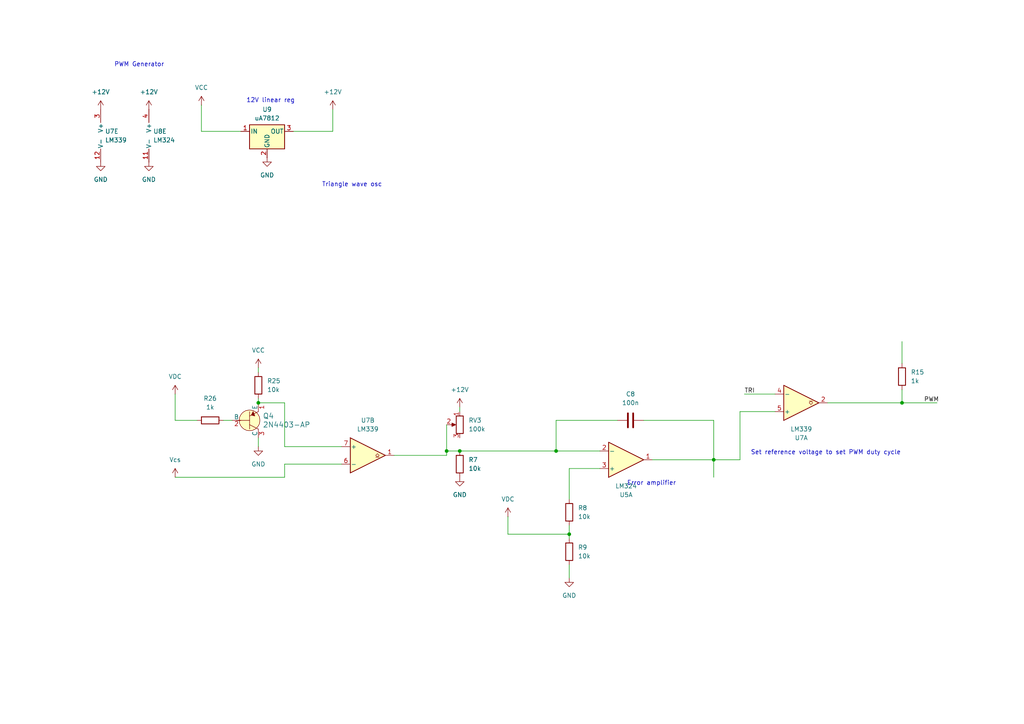
<source format=kicad_sch>
(kicad_sch (version 20231120) (generator "eeschema") (generator_version "8.0")
  (paper "A4")
  (lib_symbols
    (symbol "Amplifier_Operational:LM324" (pin_names (offset 0.127))
      (property "Reference" "U" (at 0 5.08 0))
      (property "Value" "LM324" (at 0 -5.08 0))
      (symbol "LM324_1_1"
        (polyline (pts (xy -5.08 5.08) (xy 5.08 0) (xy -5.08 -5.08) (xy -5.08 5.08)) (stroke (width 0.254)) (fill (type background)))
        (pin output line (at 7.62 0 180) (length 2.54) (name "~") (number "1"))
        (pin input line (at -7.62 -2.54 0) (length 2.54) (name "-") (number "2"))
        (pin input line (at -7.62 2.54 0) (length 2.54) (name "+") (number "3"))
      )
      (symbol "LM324_2_1"
        (polyline (pts (xy -5.08 5.08) (xy 5.08 0) (xy -5.08 -5.08) (xy -5.08 5.08)) (stroke (width 0.254)) (fill (type background)))
        (pin input line (at -7.62 2.54 0) (length 2.54) (name "+") (number "5"))
        (pin input line (at -7.62 -2.54 0) (length 2.54) (name "-") (number "6"))
        (pin output line (at 7.62 0 180) (length 2.54) (name "~") (number "7"))
      )
      (symbol "LM324_3_1"
        (polyline (pts (xy -5.08 5.08) (xy 5.08 0) (xy -5.08 -5.08) (xy -5.08 5.08)) (stroke (width 0.254)) (fill (type background)))
        (pin input line (at -7.62 2.54 0) (length 2.54) (name "+") (number "10"))
        (pin output line (at 7.62 0 180) (length 2.54) (name "~") (number "8"))
        (pin input line (at -7.62 -2.54 0) (length 2.54) (name "-") (number "9"))
      )
      (symbol "LM324_4_1"
        (polyline (pts (xy -5.08 5.08) (xy 5.08 0) (xy -5.08 -5.08) (xy -5.08 5.08)) (stroke (width 0.254)) (fill (type background)))
        (pin input line (at -7.62 2.54 0) (length 2.54) (name "+") (number "12"))
        (pin input line (at -7.62 -2.54 0) (length 2.54) (name "-") (number "13"))
        (pin output line (at 7.62 0 180) (length 2.54) (name "~") (number "14"))
      )
      (symbol "LM324_5_1"
        (pin power_in line (at -2.54 -7.62 90) (length 3.81) (name "V-") (number "11"))
        (pin power_in line (at -2.54 7.62 270) (length 3.81) (name "V+") (number "4"))
      )
    )
    (symbol "Comparator:LM339" (pin_names (offset 0.127))
      (property "Reference" "U" (at 0 5.08 0))
      (property "Value" "LM339" (at 0 -5.08 0))
      (symbol "LM339_1_1"
        (polyline (pts (xy -5.08 5.08) (xy 5.08 0) (xy -5.08 -5.08) (xy -5.08 5.08)) (stroke (width 0.254)) (fill (type background)))
        (polyline (pts (xy 3.302 -0.508) (xy 2.794 -0.508) (xy 3.302 0) (xy 2.794 0.508) (xy 2.286 0) (xy 2.794 -0.508) (xy 2.286 -0.508)) (stroke (width 0.127)))
        (pin open_collector line (at 7.62 0 180) (length 2.54) (name "~") (number "2"))
        (pin input line (at -7.62 -2.54 0) (length 2.54) (name "-") (number "4"))
        (pin input line (at -7.62 2.54 0) (length 2.54) (name "+") (number "5"))
      )
      (symbol "LM339_2_1"
        (polyline (pts (xy -5.08 5.08) (xy 5.08 0) (xy -5.08 -5.08) (xy -5.08 5.08)) (stroke (width 0.254)) (fill (type background)))
        (polyline (pts (xy 3.302 -0.508) (xy 2.794 -0.508) (xy 3.302 0) (xy 2.794 0.508) (xy 2.286 0) (xy 2.794 -0.508) (xy 2.286 -0.508)) (stroke (width 0.127)))
        (pin open_collector line (at 7.62 0 180) (length 2.54) (name "~") (number "1"))
        (pin input line (at -7.62 -2.54 0) (length 2.54) (name "-") (number "6"))
        (pin input line (at -7.62 2.54 0) (length 2.54) (name "+") (number "7"))
      )
      (symbol "LM339_3_1"
        (polyline (pts (xy -5.08 5.08) (xy 5.08 0) (xy -5.08 -5.08) (xy -5.08 5.08)) (stroke (width 0.254)) (fill (type background)))
        (polyline (pts (xy 3.302 -0.508) (xy 2.794 -0.508) (xy 3.302 0) (xy 2.794 0.508) (xy 2.286 0) (xy 2.794 -0.508) (xy 2.286 -0.508)) (stroke (width 0.127)))
        (pin input line (at -7.62 -2.54 0) (length 2.54) (name "-") (number "10"))
        (pin input line (at -7.62 2.54 0) (length 2.54) (name "+") (number "11"))
        (pin open_collector line (at 7.62 0 180) (length 2.54) (name "~") (number "13"))
      )
      (symbol "LM339_4_1"
        (polyline (pts (xy -5.08 5.08) (xy 5.08 0) (xy -5.08 -5.08) (xy -5.08 5.08)) (stroke (width 0.254)) (fill (type background)))
        (polyline (pts (xy 3.302 -0.508) (xy 2.794 -0.508) (xy 3.302 0) (xy 2.794 0.508) (xy 2.286 0) (xy 2.794 -0.508) (xy 2.286 -0.508)) (stroke (width 0.127)))
        (pin open_collector line (at 7.62 0 180) (length 2.54) (name "~") (number "14"))
        (pin input line (at -7.62 -2.54 0) (length 2.54) (name "-") (number "8"))
        (pin input line (at -7.62 2.54 0) (length 2.54) (name "+") (number "9"))
      )
      (symbol "LM339_5_1"
        (pin power_in line (at -2.54 -7.62 90) (length 3.81) (name "V-") (number "12"))
        (pin power_in line (at -2.54 7.62 270) (length 3.81) (name "V+") (number "3"))
      )
    )
    (symbol "Device:C" (pin_numbers hide) (pin_names (offset 0.254))
      (property "Reference" "C" (at 0.635 2.54 0))
      (property "Value" "C" (at 0.635 -2.54 0))
      (symbol "C_0_1"
        (polyline (pts (xy -2.032 -0.762) (xy 2.032 -0.762)) (stroke (width 0.508)))
        (polyline (pts (xy -2.032 0.762) (xy 2.032 0.762)) (stroke (width 0.508)))
      )
      (symbol "C_1_1"
        (pin passive line (at 0 3.81 270) (length 2.794) (name "~") (number "1"))
        (pin passive line (at 0 -3.81 90) (length 2.794) (name "~") (number "2"))
      )
    )
    (symbol "Device:R" (pin_numbers hide) (pin_names (offset 0))
      (property "Reference" "R" (at 2.032 0 90))
      (property "Value" "R" (at 0 0 90))
      (symbol "R_0_1"
        (rectangle (start -1.016 -2.54) (end 1.016 2.54) (stroke (width 0.254)))
      )
      (symbol "R_1_1"
        (pin passive line (at 0 3.81 270) (length 1.27) (name "~") (number "1"))
        (pin passive line (at 0 -3.81 90) (length 1.27) (name "~") (number "2"))
      )
    )
    (symbol "Device:R_Potentiometer" (pin_names (offset 1.016) hide)
      (property "Reference" "RV" (at -4.445 0 90))
      (property "Value" "R_Potentiometer" (at -2.54 0 90))
      (symbol "R_Potentiometer_0_1"
        (polyline (pts (xy 2.54 0) (xy 1.524 0)))
        (polyline (pts (xy 1.143 0) (xy 2.286 0.508) (xy 2.286 -0.508) (xy 1.143 0)) (fill (type outline)))
        (rectangle (start 1.016 2.54) (end -1.016 -2.54) (stroke (width 0.254)))
      )
      (symbol "R_Potentiometer_1_1"
        (pin passive line (at 0 3.81 270) (length 1.27) (name "1") (number "1"))
        (pin passive line (at 3.81 0 180) (length 1.27) (name "2") (number "2"))
        (pin passive line (at 0 -3.81 90) (length 1.27) (name "3") (number "3"))
      )
    )
    (symbol "Regulator_Linear:uA7812" (pin_names (offset 0.254))
      (property "Reference" "U" (at -3.81 3.175 0))
      (property "Value" "uA7812" (at 0 3.175 0))
      (symbol "uA7812_0_1"
        (rectangle (start -5.08 1.905) (end 5.08 -5.08) (stroke (width 0.254)) (fill (type background)))
      )
      (symbol "uA7812_1_1"
        (pin power_in line (at -7.62 0 0) (length 2.54) (name "IN") (number "1"))
        (pin power_in line (at 0 -7.62 90) (length 2.54) (name "GND") (number "2"))
        (pin power_out line (at 7.62 0 180) (length 2.54) (name "OUT") (number "3"))
      )
    )
    (symbol "dk_Transistors-Bipolar-BJT-Single:2N4403-AP" (pin_names (offset 0))
      (property "Reference" "Q" (at -2.3876 3.9116 0))
      (property "Value" "2N4403-AP" (at 5.08 0 90))
      (symbol "2N4403-AP_0_1"
        (polyline (pts (xy -3.81 0) (xy -2.54 0)))
        (polyline (pts (xy -3.556 0) (xy 0 0)))
        (polyline (pts (xy 0 -1.27) (xy 2.54 -2.54)))
        (polyline (pts (xy 0 1.27) (xy 2.54 2.54)))
        (polyline (pts (xy 0 2.54) (xy 0 -2.54)))
        (polyline (pts (xy 1.016 2.54) (xy 0.508 1.524) (xy 1.524 1.27) (xy 1.016 2.54)) (fill (type outline)))
        (circle (center 0 0) (radius 2.9972) (fill (type background)))
      )
      (symbol "2N4403-AP_1_1"
        (pin passive line (at 2.54 5.08 270) (length 2.54) (name "E") (number "1"))
        (pin input line (at -5.08 0 0) (length 2.54) (name "B") (number "2"))
        (pin passive line (at 2.54 -5.08 90) (length 2.54) (name "C") (number "3"))
      )
    )
    (symbol "power:+12V" (power) (pin_numbers hide) (pin_names (offset 0) hide)
      (property "Value" "+12V" (at 0 3.556 0))
      (symbol "+12V_0_1"
        (polyline (pts (xy -0.762 1.27) (xy 0 2.54)))
        (polyline (pts (xy 0 0) (xy 0 2.54)))
        (polyline (pts (xy 0 2.54) (xy 0.762 1.27)))
      )
      (symbol "+12V_1_1"
        (pin power_in line (at 0 0 90) (length 0) (name "~") (number "1"))
      )
    )
    (symbol "power:GND" (power) (pin_numbers hide) (pin_names (offset 0) hide)
      (property "Value" "GND" (at 0 -3.81 0))
      (symbol "GND_0_1"
        (polyline (pts (xy 0 0) (xy 0 -1.27) (xy 1.27 -1.27) (xy 0 -2.54) (xy -1.27 -1.27) (xy 0 -1.27)))
      )
      (symbol "GND_1_1"
        (pin power_in line (at 0 0 270) (length 0) (name "~") (number "1"))
      )
    )
    (symbol "power:VCC" (power) (pin_numbers hide) (pin_names (offset 0) hide)
      (property "Value" "VCC" (at 0 3.556 0))
      (symbol "VCC_0_1"
        (polyline (pts (xy -0.762 1.27) (xy 0 2.54)))
        (polyline (pts (xy 0 0) (xy 0 2.54)))
        (polyline (pts (xy 0 2.54) (xy 0.762 1.27)))
      )
      (symbol "VCC_1_1"
        (pin power_in line (at 0 0 90) (length 0) (name "~") (number "1"))
      )
    )
    (symbol "power:VDC" (power) (pin_numbers hide) (pin_names (offset 0) hide)
      (property "Value" "VDC" (at 0 3.556 0))
      (symbol "VDC_0_1"
        (polyline (pts (xy -0.762 1.27) (xy 0 2.54)))
        (polyline (pts (xy 0 0) (xy 0 2.54)))
        (polyline (pts (xy 0 2.54) (xy 0.762 1.27)))
      )
      (symbol "VDC_1_1"
        (pin power_in line (at 0 0 90) (length 0) (name "~") (number "1"))
      )
    )
  )
  (junction (at 161.29 130.81))
  (junction (at 165.1 154.94))
  (junction (at 129.54 130.81))
  (junction (at 207.01 133.35))
  (junction (at 74.93 116.84))
  (junction (at 133.35 130.81))
  (junction (at 261.62 116.84))
  (wire (pts (xy 82.55 134.62) (xy 99.06 134.62)))
  (wire (pts (xy 64.77 121.92) (xy 67.31 121.92)))
  (wire (pts (xy 129.54 130.81) (xy 133.35 130.81)))
  (wire (pts (xy 74.93 115.57) (xy 74.93 116.84)))
  (wire (pts (xy 147.32 149.86) (xy 147.32 154.94)))
  (wire (pts (xy 57.15 121.92) (xy 50.8 121.92)))
  (wire (pts (xy 69.85 38.1) (xy 58.42 38.1)))
  (wire (pts (xy 58.42 30.48) (xy 58.42 38.1)))
  (wire (pts (xy 165.1 167.64) (xy 165.1 163.83)))
  (wire (pts (xy 114.3 132.08) (xy 129.54 132.08)))
  (wire (pts (xy 261.62 113.03) (xy 261.62 116.84)))
  (wire (pts (xy 261.62 116.84) (xy 271.78 116.84)))
  (wire (pts (xy 99.06 129.54) (xy 82.55 129.54)))
  (wire (pts (xy 133.35 130.81) (xy 161.29 130.81)))
  (wire (pts (xy 96.52 31.75) (xy 96.52 38.1)))
  (wire (pts (xy 224.79 119.38) (xy 214.63 119.38)))
  (wire (pts (xy 207.01 121.92) (xy 207.01 133.35)))
  (wire (pts (xy 147.32 154.94) (xy 165.1 154.94)))
  (wire (pts (xy 129.54 123.19) (xy 129.54 130.81)))
  (wire (pts (xy 50.8 114.3) (xy 50.8 121.92)))
  (wire (pts (xy 161.29 130.81) (xy 161.29 121.92)))
  (wire (pts (xy 161.29 121.92) (xy 179.07 121.92)))
  (wire (pts (xy 161.29 130.81) (xy 173.99 130.81)))
  (wire (pts (xy 82.55 138.43) (xy 82.55 134.62)))
  (wire (pts (xy 74.93 127) (xy 74.93 129.54)))
  (wire (pts (xy 207.01 138.43) (xy 207.01 133.35)))
  (wire (pts (xy 173.99 135.89) (xy 165.1 135.89)))
  (wire (pts (xy 207.01 133.35) (xy 214.63 133.35)))
  (wire (pts (xy 50.8 138.43) (xy 82.55 138.43)))
  (wire (pts (xy 165.1 135.89) (xy 165.1 144.78)))
  (wire (pts (xy 129.54 132.08) (xy 129.54 130.81)))
  (wire (pts (xy 85.09 38.1) (xy 96.52 38.1)))
  (wire (pts (xy 74.93 106.68) (xy 74.93 107.95)))
  (wire (pts (xy 82.55 116.84) (xy 82.55 129.54)))
  (wire (pts (xy 189.23 133.35) (xy 207.01 133.35)))
  (wire (pts (xy 261.62 99.06) (xy 261.62 105.41)))
  (wire (pts (xy 186.69 121.92) (xy 207.01 121.92)))
  (wire (pts (xy 74.93 116.84) (xy 82.55 116.84)))
  (wire (pts (xy 165.1 156.21) (xy 165.1 154.94)))
  (wire (pts (xy 224.79 114.3) (xy 215.9 114.3)))
  (wire (pts (xy 214.63 119.38) (xy 214.63 133.35)))
  (wire (pts (xy 240.03 116.84) (xy 261.62 116.84)))
  (wire (pts (xy 133.35 118.11) (xy 133.35 119.38)))
  (wire (pts (xy 165.1 154.94) (xy 165.1 152.4)))
  (text "Triangle wave osc" (at 102.108 53.594 0) (effects (font (size 1.27 1.27))))
  (text "Set reference voltage to set PWM duty cycle" (at 239.522 131.318 0) (effects (font (size 1.27 1.27))))
  (text "PWM Generator" (at 40.386 18.796 0) (effects (font (size 1.27 1.27))))
  (text "12V linear reg" (at 78.486 29.21 0) (effects (font (size 1.27 1.27))))
  (text "Error amplifier" (at 188.976 140.208 0) (effects (font (size 1.27 1.27))))
  (label "PWM" (at 267.97 116.84 0))
  (label "TRI" (at 215.9 114.3 0))
  (symbol (lib_id "power:VDC") (at 147.32 149.86 0) (unit 1)
    (property "Reference" "#PWR043" (effects (hide yes)))
    (property "Value" "VDC" (at 147.32 144.78 0))
    (property "Description" "Power symbol creates a global label with name \"VDC\"" (effects (hide yes)))
  )
  (symbol (lib_id "Device:R") (at 74.93 111.76 0) (unit 1)
    (property "Reference" "R25" (at 77.47 110.4899 0) (effects (justify left)))
    (property "Value" "10k" (at 77.47 113.0299 0) (effects (justify left)))
    (property "Description" "Resistor" (effects (hide yes)))
  )
  (symbol (lib_id "Device:R") (at 133.35 134.62 0) (unit 1)
    (property "Reference" "R7" (at 135.89 133.3499 0) (effects (justify left)))
    (property "Value" "10k" (at 135.89 135.8899 0) (effects (justify left)))
    (property "Description" "Resistor" (effects (hide yes)))
  )
  (symbol (lib_id "power:GND") (at 74.93 129.54 0) (unit 1)
    (property "Reference" "#PWR045" (effects (hide yes)))
    (property "Value" "GND" (at 74.93 134.62 0))
    (property "Description" "Power symbol creates a global label with name \"GND\" , ground" (effects (hide yes)))
  )
  (symbol (lib_id "Device:R_Potentiometer") (at 133.35 123.19 0) (mirror y) (unit 1)
    (property "Reference" "RV3" (at 135.89 121.9199 0) (effects (justify right)))
    (property "Value" "100k" (at 135.89 124.4599 0) (effects (justify right)))
    (property "Description" "Potentiometer" (effects (hide yes)))
  )
  (symbol (lib_id "power:+12V") (at 29.21 31.75 0) (unit 1)
    (property "Reference" "#PWR033" (effects (hide yes)))
    (property "Value" "+12V" (at 29.21 26.67 0))
    (property "Description" "Power symbol creates a global label with name \"+12V\"" (effects (hide yes)))
  )
  (symbol (lib_id "power:GND") (at 133.35 138.43 0) (unit 1)
    (property "Reference" "#PWR042" (effects (hide yes)))
    (property "Value" "GND" (at 133.35 143.51 0))
    (property "Description" "Power symbol creates a global label with name \"GND\" , ground" (effects (hide yes)))
  )
  (symbol (lib_id "Device:R") (at 165.1 160.02 0) (unit 1)
    (property "Reference" "R9" (at 167.64 158.7499 0) (effects (justify left)))
    (property "Value" "10k" (at 167.64 161.2899 0) (effects (justify left)))
    (property "Description" "Resistor" (effects (hide yes)))
  )
  (symbol (lib_id "Device:R") (at 261.62 109.22 0) (unit 1)
    (property "Reference" "R15" (at 264.16 107.9499 0) (effects (justify left)))
    (property "Value" "1k" (at 264.16 110.4899 0) (effects (justify left)))
    (property "Description" "Resistor" (effects (hide yes)))
  )
  (symbol (lib_id "power:VDC") (at 50.8 138.43 0) (unit 1)
    (property "Reference" "#PWR054" (effects (hide yes)))
    (property "Value" "Vcs" (at 50.8 133.35 0))
    (property "Description" "Power symbol creates a global label with name \"VDC\"" (effects (hide yes)))
  )
  (symbol (lib_id "power:GND") (at 165.1 167.64 0) (unit 1)
    (property "Reference" "#PWR044" (effects (hide yes)))
    (property "Value" "GND" (at 165.1 172.72 0))
    (property "Description" "Power symbol creates a global label with name \"GND\" , ground" (effects (hide yes)))
  )
  (symbol (lib_id "Device:C") (at 182.88 121.92 90) (unit 1)
    (property "Reference" "C8" (at 182.88 114.3 90))
    (property "Value" "100n" (at 182.88 116.84 90))
    (property "Description" "Unpolarized capacitor" (effects (hide yes)))
  )
  (symbol (lib_id "Amplifier_Operational:LM324") (at 181.61 133.35 0) (mirror x) (unit 1)
    (property "Reference" "U5" (at 181.61 143.51 0))
    (property "Value" "LM324" (at 181.61 140.97 0))
    (property "Datasheet" "http://www.ti.com/lit/ds/symlink/lm2902-n.pdf" (effects (hide yes)))
    (property "Description" "Low-Power, Quad-Operational Amplifiers, DIP-14/SOIC-14/SSOP-14" (effects (hide yes)))
  )
  (symbol (lib_id "Comparator:LM339") (at 106.68 132.08 0) (unit 2)
    (property "Reference" "U7" (at 106.68 121.92 0))
    (property "Value" "LM339" (at 106.68 124.46 0))
    (property "Datasheet" "https://www.st.com/resource/en/datasheet/lm139.pdf" (effects (hide yes)))
    (property "Description" "Quad Differential Comparators, SOIC-14/TSSOP-14" (effects (hide yes)))
  )
  (symbol (lib_id "power:VCC") (at 58.42 30.48 0) (unit 1)
    (property "Reference" "#PWR039" (effects (hide yes)))
    (property "Value" "VCC" (at 58.42 25.4 0))
    (property "Description" "Power symbol creates a global label with name \"VCC\"" (effects (hide yes)))
  )
  (symbol (lib_id "dk_Transistors-Bipolar-BJT-Single:2N4403-AP") (at 72.39 121.92 0) (unit 1)
    (property "Reference" "Q4" (at 76.2 120.6499 0) (effects (font (size 1.524 1.524)) (justify left)))
    (property "Value" "2N4403-AP" (at 76.2 123.1899 0) (effects (font (size 1.524 1.524)) (justify left)))
    (property "Footprint" "digikey-footprints:TO-92-3_Formed_Leads" (effects (hide yes)))
    (property "Datasheet" "https://www.mccsemi.com/pdf/Products/2N4403(TO-92).pdf" (effects (hide yes)))
    (property "Description" "TRANS PNP 40V TO92" (effects (hide yes)))
    (property "MPN" "2N4403-AP" (effects (hide yes)))
    (property "Category" "Discrete Semiconductor Products" (effects (hide yes)))
    (property "Family" "Transistors - Bipolar (BJT) - Single" (effects (hide yes)))
    (property "DK_Datasheet_Link" "https://www.mccsemi.com/pdf/Products/2N4403(TO-92).pdf" (effects (hide yes)))
    (property "DK_Detail_Page" "/product-detail/en/micro-commercial-co/2N4403-AP/2N4403-APCT-ND/950594" (effects (hide yes)))
    (property "Description_1" "TRANS PNP 40V TO92" (effects (hide yes)))
    (property "Manufacturer" "Micro Commercial Co" (effects (hide yes)))
    (property "Status" "Active" (effects (hide yes)))
  )
  (symbol (lib_id "power:GND") (at 29.21 46.99 0) (unit 1)
    (property "Reference" "#PWR034" (effects (hide yes)))
    (property "Value" "GND" (at 29.21 52.07 0))
    (property "Description" "Power symbol creates a global label with name \"GND\" , ground" (effects (hide yes)))
  )
  (symbol (lib_id "Regulator_Linear:uA7812") (at 77.47 38.1 0) (unit 1)
    (property "Reference" "U9" (at 77.47 31.75 0))
    (property "Value" "uA7812" (at 77.47 34.29 0))
    (property "Datasheet" "http://www.ti.com/lit/ds/symlink/ua78.pdf" (effects (hide yes)))
    (property "Description" "Positive 1A 35V Linear Regulator, Fixed Output 12V, TO-220/TO-263" (effects (hide yes)))
  )
  (symbol (lib_id "power:VCC") (at 74.93 106.68 0) (unit 1)
    (property "Reference" "#PWR046" (effects (hide yes)))
    (property "Value" "VCC" (at 74.93 101.6 0))
    (property "Description" "Power symbol creates a global label with name \"VCC\"" (effects (hide yes)))
  )
  (symbol (lib_id "Device:R") (at 60.96 121.92 90) (unit 1)
    (property "Reference" "R26" (at 60.96 115.57 90))
    (property "Value" "1k" (at 60.96 118.11 90))
    (property "Description" "Resistor" (effects (hide yes)))
  )
  (symbol (lib_id "power:+12V") (at 96.52 31.75 0) (unit 1)
    (property "Reference" "#PWR041" (effects (hide yes)))
    (property "Value" "+12V" (at 96.52 26.67 0))
    (property "Description" "Power symbol creates a global label with name \"+12V\"" (effects (hide yes)))
  )
  (symbol (lib_id "Device:R") (at 165.1 148.59 0) (unit 1)
    (property "Reference" "R8" (at 167.64 147.3199 0) (effects (justify left)))
    (property "Value" "10k" (at 167.64 149.8599 0) (effects (justify left)))
    (property "Description" "Resistor" (effects (hide yes)))
  )
  (symbol (lib_id "power:GND") (at 43.18 46.99 0) (unit 1)
    (property "Reference" "#PWR036" (effects (hide yes)))
    (property "Value" "GND" (at 43.18 52.07 0))
    (property "Description" "Power symbol creates a global label with name \"GND\" , ground" (effects (hide yes)))
  )
  (symbol (lib_id "power:+12V") (at 133.35 118.11 0) (unit 1)
    (property "Reference" "#PWR028" (effects (hide yes)))
    (property "Value" "+12V" (at 133.35 113.03 0))
    (property "Description" "Power symbol creates a global label with name \"+12V\"" (effects (hide yes)))
  )
  (symbol (lib_id "power:VDC") (at 50.8 114.3 0) (unit 1)
    (property "Reference" "#PWR047" (effects (hide yes)))
    (property "Value" "VDC" (at 50.8 109.22 0))
    (property "Description" "Power symbol creates a global label with name \"VDC\"" (effects (hide yes)))
  )
  (symbol (lib_id "power:+12V") (at 43.18 31.75 0) (unit 1)
    (property "Reference" "#PWR035" (effects (hide yes)))
    (property "Value" "+12V" (at 43.18 26.67 0))
    (property "Description" "Power symbol creates a global label with name \"+12V\"" (effects (hide yes)))
  )
  (symbol (lib_id "power:GND") (at 77.47 45.72 0) (unit 1)
    (property "Reference" "#PWR040" (effects (hide yes)))
    (property "Value" "GND" (at 77.47 50.8 0))
    (property "Description" "Power symbol creates a global label with name \"GND\" , ground" (effects (hide yes)))
  )
  (symbol (lib_id "Comparator:LM339") (at 31.75 39.37 0) (unit 5)
    (property "Reference" "U7" (at 30.48 38.0999 0) (effects (justify left)))
    (property "Value" "LM339" (at 30.48 40.6399 0) (effects (justify left)))
    (property "Datasheet" "https://www.st.com/resource/en/datasheet/lm139.pdf" (effects (hide yes)))
    (property "Description" "Quad Differential Comparators, SOIC-14/TSSOP-14" (effects (hide yes)))
  )
  (symbol (lib_id "Comparator:LM339") (at 232.41 116.84 0) (mirror x) (unit 1)
    (property "Reference" "U7" (at 232.41 127 0))
    (property "Value" "LM339" (at 232.41 124.46 0))
    (property "Datasheet" "https://www.st.com/resource/en/datasheet/lm139.pdf" (effects (hide yes)))
    (property "Description" "Quad Differential Comparators, SOIC-14/TSSOP-14" (effects (hide yes)))
  )
  (symbol (lib_id "Amplifier_Operational:LM324") (at 45.72 39.37 0) (unit 5)
    (property "Reference" "U8" (at 44.45 38.0999 0) (effects (justify left)))
    (property "Value" "LM324" (at 44.45 40.6399 0) (effects (justify left)))
    (property "Datasheet" "http://www.ti.com/lit/ds/symlink/lm2902-n.pdf" (effects (hide yes)))
    (property "Description" "Low-Power, Quad-Operational Amplifiers, DIP-14/SOIC-14/SSOP-14" (effects (hide yes)))
  )
)
</source>
